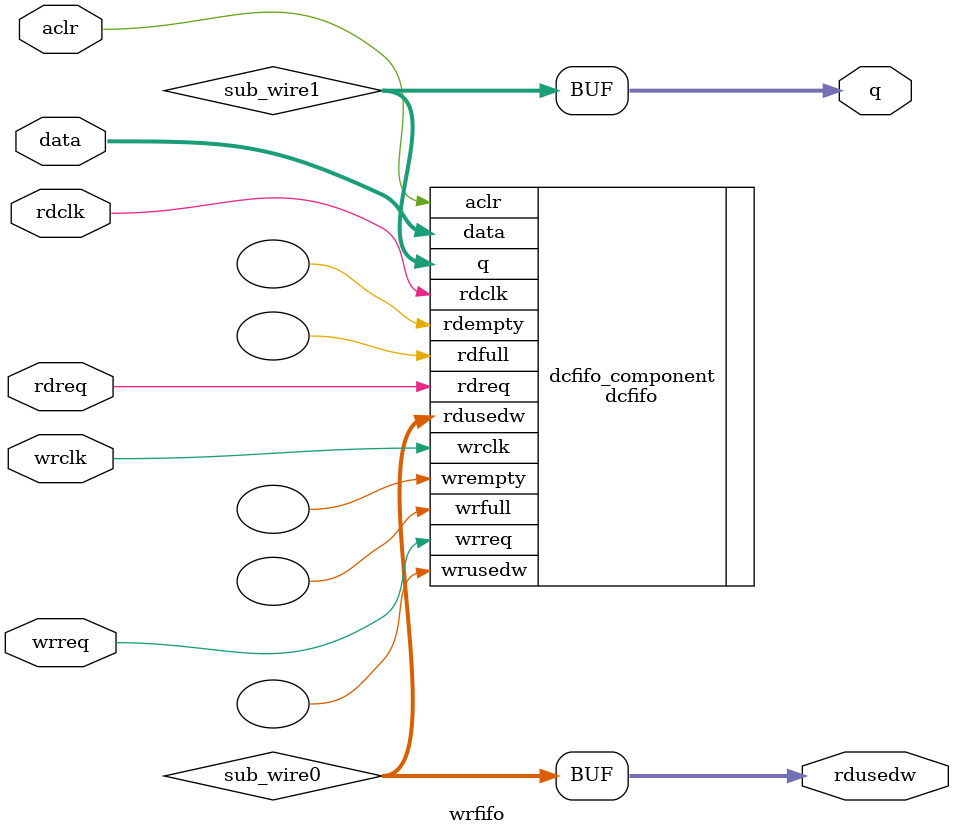
<source format=v>
`timescale 1 ps / 1 ps
module wrfifo (
	aclr,
	data,
	rdclk,
	rdreq,
	wrclk,
	wrreq,
	q,
	rdusedw);

	input	  aclr;
	input	[15:0]  data;
	input	  rdclk;
	input	  rdreq;
	input	  wrclk;
	input	  wrreq;
	output	[15:0]  q;
	output	[9:0]  rdusedw;
`ifndef ALTERA_RESERVED_QIS
// synopsys translate_off
`endif
	tri0	  aclr;
`ifndef ALTERA_RESERVED_QIS
// synopsys translate_on
`endif

	wire [9:0] sub_wire0;
	wire [15:0] sub_wire1;
	wire [9:0] rdusedw = sub_wire0[9:0];
	wire [15:0] q = sub_wire1[15:0];

	dcfifo	dcfifo_component (
				.aclr (aclr),
				.data (data),
				.rdclk (rdclk),
				.rdreq (rdreq),
				.wrclk (wrclk),
				.wrreq (wrreq),
				.rdusedw (sub_wire0),
				.q (sub_wire1),
				.rdempty (),
				.rdfull (),
				.wrempty (),
				.wrfull (),
				.wrusedw ());
	defparam
		dcfifo_component.intended_device_family = "Cyclone II",
		dcfifo_component.lpm_hint = "MAXIMIZE_SPEED=5,",
		dcfifo_component.lpm_numwords = 1024,
		dcfifo_component.lpm_showahead = "OFF",
		dcfifo_component.lpm_type = "dcfifo",
		dcfifo_component.lpm_width = 16,
		dcfifo_component.lpm_widthu = 10,
		dcfifo_component.overflow_checking = "ON",
		dcfifo_component.rdsync_delaypipe = 3,
		dcfifo_component.underflow_checking = "ON",
		dcfifo_component.use_eab = "ON",
		dcfifo_component.write_aclr_synch = "OFF",
		dcfifo_component.wrsync_delaypipe = 3;


endmodule

// ============================================================
// CNX file retrieval info
// ============================================================
// Retrieval info: PRIVATE: AlmostEmpty NUMERIC "0"
// Retrieval info: PRIVATE: AlmostEmptyThr NUMERIC "-1"
// Retrieval info: PRIVATE: AlmostFull NUMERIC "0"
// Retrieval info: PRIVATE: AlmostFullThr NUMERIC "-1"
// Retrieval info: PRIVATE: CLOCKS_ARE_SYNCHRONIZED NUMERIC "1"
// Retrieval info: PRIVATE: Clock NUMERIC "4"
// Retrieval info: PRIVATE: Depth NUMERIC "1024"
// Retrieval info: PRIVATE: Empty NUMERIC "1"
// Retrieval info: PRIVATE: Full NUMERIC "1"
// Retrieval info: PRIVATE: INTENDED_DEVICE_FAMILY STRING "Cyclone II"
// Retrieval info: PRIVATE: LE_BasedFIFO NUMERIC "0"
// Retrieval info: PRIVATE: LegacyRREQ NUMERIC "1"
// Retrieval info: PRIVATE: MAX_DEPTH_BY_9 NUMERIC "0"
// Retrieval info: PRIVATE: OVERFLOW_CHECKING NUMERIC "0"
// Retrieval info: PRIVATE: Optimize NUMERIC "2"
// Retrieval info: PRIVATE: RAM_BLOCK_TYPE NUMERIC "0"
// Retrieval info: PRIVATE: SYNTH_WRAPPER_GEN_POSTFIX STRING "0"
// Retrieval info: PRIVATE: UNDERFLOW_CHECKING NUMERIC "0"
// Retrieval info: PRIVATE: UsedW NUMERIC "1"
// Retrieval info: PRIVATE: Width NUMERIC "16"
// Retrieval info: PRIVATE: dc_aclr NUMERIC "1"
// Retrieval info: PRIVATE: diff_widths NUMERIC "0"
// Retrieval info: PRIVATE: msb_usedw NUMERIC "0"
// Retrieval info: PRIVATE: output_width NUMERIC "16"
// Retrieval info: PRIVATE: rsEmpty NUMERIC "0"
// Retrieval info: PRIVATE: rsFull NUMERIC "0"
// Retrieval info: PRIVATE: rsUsedW NUMERIC "1"
// Retrieval info: PRIVATE: sc_aclr NUMERIC "0"
// Retrieval info: PRIVATE: sc_sclr NUMERIC "0"
// Retrieval info: PRIVATE: wsEmpty NUMERIC "0"
// Retrieval info: PRIVATE: wsFull NUMERIC "0"
// Retrieval info: PRIVATE: wsUsedW NUMERIC "0"
// Retrieval info: LIBRARY: altera_mf altera_mf.altera_mf_components.all
// Retrieval info: CONSTANT: INTENDED_DEVICE_FAMILY STRING "Cyclone II"
// Retrieval info: CONSTANT: LPM_HINT STRING "MAXIMIZE_SPEED=5,"
// Retrieval info: CONSTANT: LPM_NUMWORDS NUMERIC "1024"
// Retrieval info: CONSTANT: LPM_SHOWAHEAD STRING "OFF"
// Retrieval info: CONSTANT: LPM_TYPE STRING "dcfifo"
// Retrieval info: CONSTANT: LPM_WIDTH NUMERIC "16"
// Retrieval info: CONSTANT: LPM_WIDTHU NUMERIC "10"
// Retrieval info: CONSTANT: OVERFLOW_CHECKING STRING "ON"
// Retrieval info: CONSTANT: RDSYNC_DELAYPIPE NUMERIC "3"
// Retrieval info: CONSTANT: UNDERFLOW_CHECKING STRING "ON"
// Retrieval info: CONSTANT: USE_EAB STRING "ON"
// Retrieval info: CONSTANT: WRITE_ACLR_SYNCH STRING "OFF"
// Retrieval info: CONSTANT: WRSYNC_DELAYPIPE NUMERIC "3"
// Retrieval info: USED_PORT: aclr 0 0 0 0 INPUT GND "aclr"
// Retrieval info: USED_PORT: data 0 0 16 0 INPUT NODEFVAL "data[15..0]"
// Retrieval info: USED_PORT: q 0 0 16 0 OUTPUT NODEFVAL "q[15..0]"
// Retrieval info: USED_PORT: rdclk 0 0 0 0 INPUT NODEFVAL "rdclk"
// Retrieval info: USED_PORT: rdreq 0 0 0 0 INPUT NODEFVAL "rdreq"
// Retrieval info: USED_PORT: rdusedw 0 0 10 0 OUTPUT NODEFVAL "rdusedw[9..0]"
// Retrieval info: USED_PORT: wrclk 0 0 0 0 INPUT NODEFVAL "wrclk"
// Retrieval info: USED_PORT: wrreq 0 0 0 0 INPUT NODEFVAL "wrreq"
// Retrieval info: CONNECT: @aclr 0 0 0 0 aclr 0 0 0 0
// Retrieval info: CONNECT: @data 0 0 16 0 data 0 0 16 0
// Retrieval info: CONNECT: @rdclk 0 0 0 0 rdclk 0 0 0 0
// Retrieval info: CONNECT: @rdreq 0 0 0 0 rdreq 0 0 0 0
// Retrieval info: CONNECT: @wrclk 0 0 0 0 wrclk 0 0 0 0
// Retrieval info: CONNECT: @wrreq 0 0 0 0 wrreq 0 0 0 0
// Retrieval info: CONNECT: q 0 0 16 0 @q 0 0 16 0
// Retrieval info: CONNECT: rdusedw 0 0 10 0 @rdusedw 0 0 10 0
// Retrieval info: GEN_FILE: TYPE_NORMAL wrfifo.v TRUE
// Retrieval info: GEN_FILE: TYPE_NORMAL wrfifo.inc FALSE
// Retrieval info: GEN_FILE: TYPE_NORMAL wrfifo.cmp FALSE
// Retrieval info: GEN_FILE: TYPE_NORMAL wrfifo.bsf FALSE
// Retrieval info: GEN_FILE: TYPE_NORMAL wrfifo_inst.v FALSE
// Retrieval info: GEN_FILE: TYPE_NORMAL wrfifo_bb.v FALSE
// Retrieval info: GEN_FILE: TYPE_NORMAL wrfifo_waveforms.html FALSE
// Retrieval info: GEN_FILE: TYPE_NORMAL wrfifo_wave*.jpg FALSE
// Retrieval info: LIB_FILE: altera_mf

</source>
